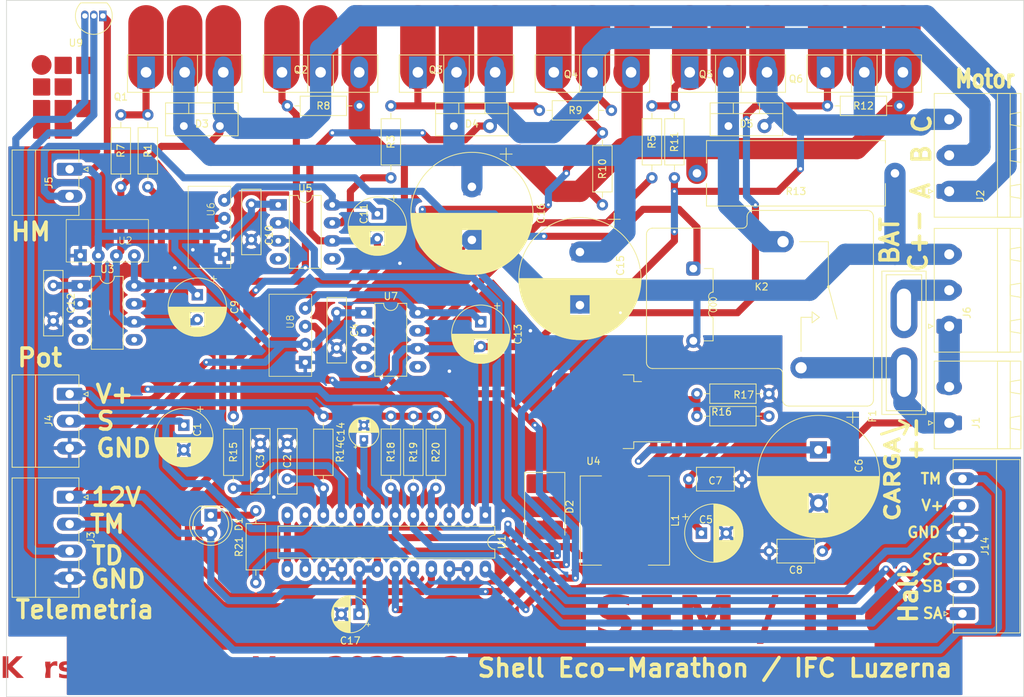
<source format=kicad_pcb>
(kicad_pcb (version 20221018) (generator pcbnew)
  (layers (0 "F.Cu" signal) (31 "B.Cu" signal) (34 "B.Paste" user) (35 "F.Paste" user) (36 "B.SilkS" user "B.Silkscreen") (37 "F.SilkS" user "F.Silkscreen") (38 "B.Mask" user) (39 "F.Mask" user) (44 "Edge.Cuts" user))
  (net 0 "")
  (net 1 "Net-(J4-Pin_2)")
  (net 2 "+12V")
  (net 3 "Net-(U1-Oscilator)")
  (net 4 "Net-(U1-Curr_sen+)")
  (net 5 "Net-(D1-K)")
  (net 6 "/FaseA")
  (net 7 "/FaseB")
  (net 8 "/FaseC")
  (net 9 "/AH")
  (net 10 "/AL")
  (net 11 "/BH")
  (net 12 "/BL")
  (net 13 "/CH")
  (net 14 "/CL")
  (net 15 "GND")
  (net 16 "Net-(Q1-G)")
  (net 17 "+6V")
  (net 18 "/SC")
  (net 19 "/SB")
  (net 20 "/SA")
  (net 21 "/DCH")
  (net 22 "/DAH")
  (net 23 "/DBH")
  (net 24 "Net-(Q2-S)")
  (net 25 "Net-(Q3-G)")
  (net 26 "Net-(Q5-G)")
  (net 27 "Net-(U1-Amp-)")
  (net 28 "Net-(U2-+Vo)")
  (net 29 "Net-(U5-VB)")
  (net 30 "Net-(U7-VB)")
  (net 31 "Net-(U1-OE)")
  (net 32 "Net-(U1-Fault)")
  (net 33 "/V55+")
  (net 34 "Net-(D2-K)")
  (net 35 "Net-(U4-FB)")
  (net 42 "Net-(D3-K)")
  (net 43 "Net-(J5-Pin_2)")
  (net 44 "/TempMot")
  (net 45 "Net-(J1-Pin_2)")
  (net 46 "Net-(J6-Pin_2)")
  (net 47 "/TempDiss")
  (footprint "Connector_Phoenix_MC:PhoenixContact_MC_1,5_3-G-3.81_1x03_P3.81mm_Horizontal" (layer "F.Cu") (at 75.3225 87.05 -90)
    (fp_text reference "J4")
    (fp_text value "Potenciômetro")
  )
  (footprint "Capacitor_THT:C_Disc_D9.0mm_W2.5mm_P5.00mm" (layer "F.Cu") (at 100.965 60.245 -90)
    (fp_text reference "C10")
    (fp_text value "C")
  )
  (footprint "Relay_THT:Relay_SPST_RAYEX-L90AS" (layer "F.Cu") (at 160.78 74.43)
    (fp_text reference "K2")
    (fp_text value "RAYEX-L90AS")
  )
  (footprint "Capacitor_THT:CP_Radial_D4.0mm_P2.00mm" (layer "F.Cu") (at 116.84 93.455 90)
    (fp_text reference "C14")
    (fp_text value "2,2u")
  )
  (footprint "MountingHole:MountingHole_3.5mm" (layer "F.Cu") (at 70.231 126)
    (fp_text reference "H3" hide)
    (fp_text value "MountingHole" hide)
  )
  (footprint "Capacitor_THT:CP_Radial_D5.0mm_P2.50mm" (layer "F.Cu") (at 116.16 118.125 180)
    (fp_text reference "C17")
    (fp_text value "100u 16V")
  )
  (footprint "Resistor_THT:R_Axial_DIN0207_L6.3mm_D2.5mm_P10.16mm_Horizontal" (layer "F.Cu") (at 86.36 57.785 90)
    (fp_text reference "R1")
    (fp_text value "10")
  )
  (footprint "Package_TO_SOT_THT:TO-92_Inline" (layer "F.Cu") (at 80.01 33.655 180)
    (fp_text reference "U9")
    (fp_text value "LM35-LP")
  )
  (footprint "Capacitor_THT:CP_Radial_D17.0mm_P7.50mm" (layer "F.Cu") (at 132.08 57.785 -90)
    (fp_text reference "C16")
    (fp_text value "470u 100V")
  )
  (footprint "Resistor_THT:R_Axial_DIN0207_L6.3mm_D2.5mm_P10.16mm_Horizontal" (layer "F.Cu") (at 82.55 57.785 90)
    (fp_text reference "R7")
    (fp_text value "100K")
  )
  (footprint "B1212s-1W:B1212s-1W" (layer "F.Cu") (at 106.47 78.75 90)
    (fp_text reference "U8")
    (fp_text value "B1212s-1W")
  )
  (footprint "Connector_Phoenix_MC:PhoenixContact_MC_1,5_6-G-3.81_1x06_P3.81mm_Horizontal" (layer "F.Cu") (at 201.295 118.055 90)
    (fp_text reference "J14")
    (fp_text value "Sensores")
  )
  (footprint "Capacitor_THT:C_Disc_D9.0mm_W2.5mm_P5.00mm" (layer "F.Cu") (at 102.23 99.035 90)
    (fp_text reference "C3")
    (fp_text value "C")
  )
  (footprint "Capacitor_THT:C_Axial_L5.1mm_D3.1mm_P7.50mm_Horizontal" (layer "F.Cu") (at 162.68 99.06)
    (fp_text reference "C7")
    (fp_text value "100n")
  )
  (footprint "Resistor_THT:R_Axial_DIN0207_L6.3mm_D2.5mm_P10.16mm_Horizontal" (layer "F.Cu") (at 111.12 90.185 -90)
    (fp_text reference "R14")
    (fp_text value "1K")
  )
  (footprint "Package_TO_SOT_THT:TO-247-3_Vertical" (layer "F.Cu") (at 162.814 41.617889)
    (fp_text reference "Q5")
    (fp_text value "FDH50N50")
  )
  (footprint "Resistor_THT:R_Axial_Power_L25.0mm_W9.0mm_P27.94mm" (layer "F.Cu") (at 191.77 55.88 180)
    (fp_text reference "R13")
    (fp_text value "0,01")
  )
  (footprint "Connector_Phoenix_MSTB:PhoenixContact_MSTBA_2,5_3-G-5,08_1x03_P5.08mm_Horizontal" (layer "F.Cu") (at 199.4225 58.42 90)
    (fp_text reference "J2")
    (fp_text value "Motor")
  )
  (footprint "Package_DIP:DIP-8_W7.62mm_LongPads" (layer "F.Cu") (at 76.82 71.765)
    (fp_text reference "U3")
    (fp_text value "IR2118")
  )
  (footprint "Capacitor_THT:C_Disc_D9.0mm_W2.5mm_P5.00mm" (layer "F.Cu") (at 73.025 71.715 -90)
    (fp_text reference "C12")
    (fp_text value "C")
  )
  (footprint "Capacitor_THT:CP_Radial_D8.0mm_P3.50mm" (layer "F.Cu") (at 91.44 91.44 -90)
    (fp_text reference "C1")
    (fp_text value "C_Polarized")
  )
  (footprint "Package_DIP:DIP-8_W7.62mm_LongPads" (layer "F.Cu") (at 104.76 60.335)
    (fp_text reference "U5")
    (fp_text value "IR2118")
  )
  (footprint "Package_TO_SOT_SMD:TO-263-5_TabPin3" (layer "F.Cu") (at 150.09 89.535 180)
    (fp_text reference "U4")
    (fp_text value "LM2596S-ADJ")
  )
  (footprint "Inductor_SMD:L_12x12mm_H6mm" (layer "F.Cu") (at 153.67 104.905 -90)
    (fp_text reference "L1")
    (fp_text value "100u")
  )
  (footprint "Package_TO_SOT_THT:TO-247-3_Vertical" (layer "F.Cu") (at 181.991 41.617889)
    (fp_text reference "Q6")
    (fp_text value "FDH50N50")
  )
  (footprint "Package_TO_SOT_THT:TO-220-2_Vertical" (layer "F.Cu") (at 91.44 49.205)
    (fp_text reference "D3")
    (fp_text value "Verificar")
  )
  (footprint "Resistor_THT:R_Axial_DIN0207_L6.3mm_D2.5mm_P10.16mm_Horizontal" (layer "F.Cu") (at 127 90.185 -90)
    (fp_text reference "R20")
    (fp_text value "1K")
  )
  (footprint "Resistor_THT:R_Axial_DIN0207_L6.3mm_D2.5mm_P10.16mm_Horizontal" (layer "F.Cu") (at 98.42 90.185 -90)
    (fp_text reference "R15")
    (fp_text value "R")
  )
  (footprint "MountingHole:MountingHole_3.5mm" (layer "F.Cu") (at 70.231 35.267889)
    (fp_text reference "H1" hide)
    (fp_text value "MountingHole" hide)
  )
  (footprint "Connector_Phoenix_MSTB:PhoenixContact_MSTBA_2,5_3-G-5,08_1x03_P5.08mm_Horizontal" (layer "F.Cu") (at 199.4225 77.47 90)
    (fp_text reference "J6")
    (fp_text value "Bat")
  )
  (footprint "B1212s-1W:B1212s-1W" (layer "F.Cu") (at 80.645 65.405)
    (fp_text reference "U2")
    (fp_text value "B1212s-1W")
  )
  (footprint "B1212s-1W:B1212s-1W" (layer "F.Cu") (at 95.055 63.5 90)
    (fp_text reference "U6")
    (fp_text value "B1212s-1W")
  )
  (footprint "Package_DIP:DIP-8_W7.62mm_LongPads" (layer "F.Cu") (at 116.825 75.575)
    (fp_text reference "U7")
    (fp_text value "IR2118")
  )
  (footprint "Package_TO_SOT_THT:TO-247-3_Vertical" (layer "F.Cu") (at 86.106 41.617889)
    (fp_text reference "Q1")
    (fp_text value "FDH50N50")
  )
  (footprint "Resistor_THT:R_Axial_DIN0207_L6.3mm_D2.5mm_P10.16mm_Horizontal" (layer "F.Cu") (at 123.82 90.185 -90)
    (fp_text reference "R19")
    (fp_text value "1K")
  )
  (footprint "Fuse:Fuse_Blade_ATO_directSolder" (layer "F.Cu") (at 193.04 75.155 -90)
    (fp_text reference "F1")
    (fp_text value "Fuse 10A")
  )
  (footprint "Resistor_THT:R_Axial_DIN0207_L6.3mm_D2.5mm_P10.16mm_Horizontal" (layer "F.Cu") (at 120.65 56.515 90)
    (fp_text reference "R3")
    (fp_text value "10")
  )
  (footprint "Package_TO_SOT_THT:TO-220-2_Vertical" (layer "F.Cu") (at 129.54 49.205)
    (fp_text reference "D4")
    (fp_text value "Verificar")
  )
  (footprint "Resistor_THT:R_Axial_DIN0207_L6.3mm_D2.5mm_P10.16mm_Horizontal" (layer "F.Cu") (at 150.495 60.325 90)
    (fp_text reference "R10")
    (fp_text value "100K")
  )
  (footprint "Resistor_THT:R_Axial_DIN0207_L6.3mm_D2.5mm_P10.16mm_Horizontal" (layer "F.Cu") (at 116.205 46.355 180)
    (fp_text reference "R8")
    (fp_text value "100K")
  )
  (footprint "Capacitor_THT:CP_Radial_D17.0mm_P7.50mm" (layer "F.Cu") (at 180.975 94.929733 -90)
    (fp_text reference "C6")
    (fp_text value "470u 100V")
  )
  (footprint "Resistor_THT:R_Axial_DIN0207_L6.3mm_D2.5mm_P10.16mm_Horizontal" (layer "F.Cu") (at 151.765 46.99 180)
    (fp_text reference "R9")
    (fp_text value "100K")
  )
  (footprint "MountingHole:MountingHole_3.5mm" (layer "F.Cu") (at 206.121 126)
    (fp_text reference "H2" hide)
    (fp_text value "MountingHole" hide)
  )
  (footprint "Capacitor_THT:CP_Radial_D8.0mm_P3.50mm" (layer "F.Cu") (at 118.745 61.595 -90)
    (fp_text reference "C11")
    (fp_text value "470u 16V")
  )
  (footprint "Capacitor_THT:CP_Radial_D8.0mm_P3.50mm" (layer "F.Cu") (at 164.465 106.68)
    (fp_text reference "C5")
    (fp_text value "470u 16V")
  )
  (footprint "Capacitor_THT:CP_Radial_D17.0mm_P7.50mm" (layer "F.Cu") (at 147.32 66.989733 -90)
    (fp_text reference "C15")
    (fp_text value "470u 100V")
  )
  (footprint "Package_TO_SOT_THT:TO-247-3_Vertical" (layer "F.Cu") (at 105.283 41.617889)
    (fp_text reference "Q2")
    (fp_text value "FDH50N50")
  )
  (footprint "Package_TO_SOT_THT:TO-220-2_Vertical" (layer "F.Cu") (at 168.275 49.205)
    (fp_text reference "D5")
    (fp_text value "Verificar")
  )
  (footprint "Connector_Phoenix_MC:PhoenixContact_MC_1,5_2-G-3.81_1x02_P3.81mm_Horizontal" (layer "F.Cu") (at 75.3225 55.3 -90)
    (fp_text reference "J5")
    (fp_text value "DM")
  )
  (footprint "Capacitor_THT:C_Axial_L5.1mm_D3.1mm_P7.50mm_Horizontal" (layer "F.Cu") (at 181.535 109.22 180)
    (fp_text reference "C8")
    (fp_text value "100n")
  )
  (footprint "Connector_Phoenix_MSTB:PhoenixContact_MSTBA_2,5_2-G-5,08_1x02_P5.08mm_Horizontal" (layer "F.Cu") (at 199.4225 91.1225 90)
    (fp_text reference "J1")
    (fp_text value "Carga")
  )
  (footprint "Resistor_THT:R_Axial_DIN0207_L6.3mm_D2.5mm_P10.16mm_Horizontal" (layer "F.Cu") (at 120.65 90.17 -90)
    (fp_text reference "R18")
    (fp_text value "1K")
  )
  (footprint "Package_TO_SOT_THT:TO-247-3_Vertical" (layer "F.Cu") (at 124.46 41.617889)
    (fp_text reference "Q3")
    (fp_text value "FDH50N50")
  )
  (footprint "Resistor_THT:R_Axial_DIN0207_L6.3mm_D2.5mm_P10.16mm_Horizontal" (layer "F.Cu") (at 163.83 90.17)
    (fp_text reference "R16")
    (fp_text value "9,1K")
  )
  (footprint "Resistor_THT:R_Axial_DIN0207_L6.3mm_D2.5mm_P10.16mm_Horizontal" (layer "F.Cu") (at 173.99 86.995 180)
    (fp_text reference "R17")
    (fp_text value "1K")
  )
  (footprint "Resistor_THT:R_Axial_DIN0207_L6.3mm_D2.5mm_P10.16mm_Horizontal" (layer "F.Cu") (at 101.595 113.68 90)
    (fp_text reference "R21")
    (fp_text value "1K")
  )
  (footprint "Resistor_THT:R_Axial_DIN0207_L6.3mm_D2.5mm_P10.16mm_Horizontal" (layer "F.Cu") (at 192.405 46.355 180)
    (fp_text reference "R12")
    (fp_text value "100K")
  )
  (footprint "Resistor_THT:R_Axial_DIN0207_L6.3mm_D2.5mm_P10.16mm_Horizontal" (layer "F.Cu") (at 160.655 56.515 90)
    (fp_text reference "R11")
    (fp_text value "100K")
  )
  (footprint "Connector_Phoenix_MC:PhoenixContact_MC_1,5_4-G-3.81_1x04_P3.81mm_Horizontal" (layer "F.Cu") (at 75.3225 101.6 -90)
    (fp_text reference "J3")
    (fp_text value "Telemetria")
  )
  (footprint "Resistor_THT:R_Axial_DIN0207_L6.3mm_D2.5mm_P10.16mm_Horizontal" (layer "F.Cu") (at 157.48 56.515 90)
    (fp_text reference "R5")
    (fp_text value "10")
  )
  (footprint "Capacitor_THT:CP_Radial_D8.0mm_P3.50mm" (layer "F.Cu") (at 133.335 76.845 -90)
    (fp_text reference "C13")
    (fp_text value "470u 16V")
  )
  (footprint "MountingHole:MountingHole_3.5mm" (layer "F.Cu") (at 206.121 35.267889)
    (fp_text reference "H4" hide)
    (fp_text value "MountingHole" hide)
  )
  (footprint "Package_DIP:DIP-24_W7.62mm_LongPads" (layer "F.Cu") (at 133.985 104.14 -90)
    (fp_text reference "U1")
    (fp_text value "MC33035")
  )
  (footprint "Capacitor_THT:C_Disc_D9.0mm_W2.5mm_P5.00mm" (layer "F.Cu") (at 106.04 99.035 90)
    (fp_text reference "C2")
    (fp_text value "100n")
  )
  (footprint "Package_TO_SOT_THT:TO-247-3_Vertical" (layer "F.Cu") (at 143.637 41.617889)
    (fp_text reference "Q4")
    (fp_text value "FDH50N50")
  )
  (footprint "Capacitor_THT:CP_Radial_D8.0mm_P3.50mm" (layer "F.Cu") (at 93.345 73.025 -90)
    (fp_text reference "C9")
    (fp_text value "470u 16V")
  )
  (footprint "Capacitor_THT:C_Disc_D9.0mm_W2.5mm_P5.00mm" (layer "F.Cu") (at 113.015 75.535 -90)
    (fp_text reference "C4")
    (fp_text value "C")
  )
  (footprint "Diode_SMD:D_3220_8050Metric_Pad2.65x5.15mm_HandSolder" (layer "F.Cu") (at 142.355 102.97 -90)
    (fp_text reference "D2")
    (fp_text value "SS56")
  )
  (footprint "LED_THT:LED_D5.0mm" (layer "F.Cu") (at 95.245 104.15 -90)
    (fp_text reference "D1")
    (fp_text value "LED")
  )
  (gr_rect (start 70.866 43.18) (end 71.882 44.196) (stroke (width 1.2)) (fill none) (layer "F.Cu"))
  (gr_rect (start 70.866 46.228) (end 71.882 47.244) (stroke (width 1.2)) (fill none) (layer "F.Cu"))
  (gr_rect (start 70.358 42.672) (end 72.39 44.704) (stroke (width 0.4)) (fill none) (layer "F.Cu"))
  (gr_rect (start 70.358 45.72) (end 72.39 47.752) (stroke (width 0.4)) (fill none) (layer "F.Cu"))
  (gr_rect (start 73.914 49.276) (end 74.93 50.292) (stroke (width 1.2)) (fill none) (layer "F.Cu"))
  (gr_rect (start 73.914 46.228) (end 74.93 47.244) (stroke (width 1.2)) (fill none) (layer "F.Cu"))
  (gr_rect (start 73.406 45.72) (end 75.438 47.752) (stroke (width 0.4)) (fill none) (layer "F.Cu"))
  (gr_rect (start 70.358 48.768) (end 72.39 50.8) (stroke (width 0.4)) (fill none) (layer "F.Cu"))
  (gr_rect (start 76.962 40.132) (end 77.978 41.148) (stroke (width 1.2)) (fill none) (layer "F.Cu"))
  (gr_rect (start 73.406 42.672) (end 75.438 44.704) (stroke (width 0.4)) (fill none) (layer "F.Cu"))
  (gr_rect (start 76.962 46.228) (end 77.978 47.244) (stroke (width 1.2)) (fill none) (layer "F.Cu"))
  (gr_rect (start 73.914 43.18) (end 74.93 44.196) (stroke (width 1.2)) (fill none) (layer "F.Cu"))
  (gr_circle (center 71.374 40.578) (end 72.074 40.578) (stroke (width 1.4)) (fill none) (layer "F.Cu"))
  (gr_rect (start 73.914 40.132) (end 74.93 41.148) (stroke (width 1.2)) (fill none) (layer "F.Cu"))
  (gr_rect (start 70.866 49.276) (end 71.882 50.292) (stroke (width 1.2)) (fill none) (layer "F.Cu"))
  (gr_rect (start 73.406 48.768) (end 75.438 50.8) (stroke (width 0.4)) (fill none) (layer "F.Cu"))
  (gr_rect (start 76.454 39.624) (end 78.486 41.656) (stroke (width 0.4)) (fill none) (layer "F.Cu"))
  (gr_rect (start 76.454 45.72) (end 78.486 47.752) (stroke (width 0.4)) (fill none) (layer "F.Cu"))
  (gr_rect (start 73.406 39.624) (end 75.438 41.656) (stroke (width 0.4)) (fill none) (layer "F.Cu"))
  (gr_line (start 189.865 92.71) (end 193.675 91.44) (stroke (width 0.4)) (layer "F.SilkS"))
  (gr_line (start 193.675 91.44) (end 192.405 90.805) (stroke (width 0.4)) (layer "F.SilkS"))
  (gr_line (start 193.675 91.44) (end 193.04 92.71) (stroke (width 0.4)) (layer "F.SilkS"))
  (gr_line (start 66.421 129.8) (end 66.421 31.457889) (stroke (width 0.1)) (layer "Edge.Cuts"))
  (gr_line (start 209.931 129.8) (end 66.421 129.8) (stroke (width 0.1)) (layer "Edge.Cuts"))
  (gr_line (start 209.931 129.8) (end 209.931 31.457889) (stroke (width 0.1)) (layer "Edge.Cuts"))
  (gr_line (start 209.931 31.457889) (end 66.421 31.457889) (stroke (width 0.1)) (layer "Edge.Cuts"))
  (gr_text "SEM / IFC" (at 149.225 122.555) (layer "F.Cu") (effects (font (size 6 6) (thickness 1.2) bold) (justify left bottom)))
  (gr_text "Kerschbaumer Ver. 2023 - 2" (at 130.81 127.635) (layer "F.Cu") (effects (font (size 3 3) (thickness 0.5) bold) (justify right bottom)))
  (gr_text "TM" (at 80.645 105.41) (layer "F.SilkS") (effects (font (size 2.5 2.5) (thickness 0.5))))
  (gr_text "Motor" (at 204.47 42.545) (layer "F.SilkS") (effects (font (size 2.5 2) (thickness 0.5))))
  (gr_text "V+" (at 81.6725 87.05) (layer "F.SilkS") (effects (font (size 2.5 2.5) (thickness 0.5))))
  (gr_text "TM" (at 196.85 99.005) (layer "F.SilkS") (effects (font (size 1.5 1.5) (thickness 0.3) bold)))
  (gr_text "GND" (at 82.178365 113.156768) (layer "F.SilkS") (effects (font (size 2.5 2.5) (thickness 0.5))))
  (gr_text "12V" (at 81.915 101.6) (layer "F.SilkS") (effects (font (size 2.5 2.5) (thickness 0.5))))
  (gr_text "V+" (at 197.0925 102.76) (layer "F.SilkS") (effects (font (size 1.5 1.5) (thickness 0.3) bold)))
  (gr_text "Hall" (at 193.675 115.57 90) (layer "F.SilkS") (effects (font (size 2.5 2.5) (thickness 0.5))))
  (gr_text "C" (at 195.58 48.895 90) (layer "F.SilkS") (effects (font (size 2.5 2.5) (thickness 0.5))))
  (gr_text "BAT\nC+-" (at 193.04 65.405 90) (layer "F.SilkS") (effects (font (size 2.5 2.5) (thickness 0.5))))
  (gr_text "TD" (at 80.645 109.855) (layer "F.SilkS") (effects (font (size 2.5 2.5) (thickness 0.5))))
  (gr_text "GND" (at 82.9425 94.67) (layer "F.SilkS") (effects (font (size 2.5 2.5) (thickness 0.5))))
  (gr_text "Telemetria" (at 77.47 117.475) (layer "F.SilkS") (effects (font (size 2.5 2.5) (thickness 0.5))))
  (gr_text "S" (at 80.4025 90.86) (layer "F.SilkS") (effects (font (size 2.5 2.5) (thickness 0.5))))
  (gr_text "GND" (at 195.8225 106.57) (layer "F.SilkS") (effects (font (size 1.5 1.5) (thickness 0.3) bold)))
  (gr_text "CARGA\n      +-" (at 193.04 99.06 90) (layer "F.SilkS") (effects (font (size 2 2.5) (thickness 0.5))))
  (gr_text "A" (at 195.383964 58.364656 90) (layer "F.SilkS") (effects (font (size 2.5 2.5) (thickness 0.5))))
  (gr_text "SA" (at 197.0925 118) (layer "F.SilkS") (effects (font (size 1.5 1.5) (thickness 0.3) bold)))
  (gr_text "Pot" (at 71.12 81.915) (layer "F.SilkS") (effects (font (size 2.5 2.5) (thickness 0.5))))
  (gr_text "SB" (at 197.0925 114.19) (layer "F.SilkS") (effects (font (size 1.5 1.5) (thickness 0.3) bold)))
  (gr_text "HM" (at 69.85 64.135) (layer "F.SilkS") (effects (font (size 2.5 2.5) (thickness 0.5))))
  (gr_text "B" (at 195.52968 53.191727 90) (layer "F.SilkS") (effects (font (size 2.5 2.5) (thickness 0.5))))
  (gr_text "SC" (at 197.0925 110.38) (layer "F.SilkS") (effects (font (size 1.5 1.5) (thickness 0.3) bold)))
  (gr_text "Shell Eco-Marathon / IFC Luzerna" (at 166.37 125.73) (layer "F.SilkS") (effects (font (size 2.5 2.5) (thickness 0.5))))
  (segment (start 108.585 104.14) (end 108.585 105.41) (width 1) (layer "B.Cu") (net 1))
  (segment (start 94.615 99.695) (end 91.44 99.695) (width 1) (layer "B.Cu") (net 1))
  (segment (start 91.44 99.695) (end 88.9 97.155) (width 1) (layer "B.Cu") (net 1))
  (segment (start 88.9 97.155) (end 88.9 90.86) (width 1) (layer "B.Cu") (net 1))
  (segment (start 107.95 106.045) (end 100.965 106.045) (width 1) (layer "B.Cu") (net 1))
  (segment (start 88.9 90.86) (end 90.86 90.86) (width 1) (layer "B.Cu") (net 1))
  (segment (start 75.3225 90.86) (end 88.9 90.86) (width 1) (layer "B.Cu") (net 1))
  (segment (start 90.86 90.86) (end 91.44 91.44) (width 1) (layer "B.Cu") (net 1))
  (segment (start 108.585 105.41) (end 107.95 106.045) (width 1) (layer "B.Cu") (net 1))
  (segment (start 100.965 106.045) (end 94.615 99.695) (width 1) (layer "B.Cu") (net 1))
  (segment (start 139.065 108.585) (end 138.43 109.22) (width 1) (layer "F.Cu") (net 2))
  (segment (start 75.565 101.6) (end 75.3225 101.6) (width 1) (layer "F.Cu") (net 2))
  (segment (start 164.465 106.44) (end 164.465 106.68) (width 1) (layer "F.Cu") (net 2))
  (segment (start 157.48 109.855) (end 160.385 106.95) (width 1) (layer "F.Cu") (net 2))
  (segment (start 153.67 109.855) (end 157.48 109.855) (width 1) (layer "F.Cu") (net 2))
  (segment (start 162.68 104.655) (end 164.465 106.44) (width 1) (layer "F.Cu") (net 2))
  (segment (start 118.745 109.855) (end 118.745 111.76) (width 1) (layer "F.Cu") (net 2))
  (segment (start 119.38 109.22) (end 118.745 109.855) (width 1) (layer "F.Cu") (net 2))
  (segment (start 80.645 34.29) (end 80.01 33.655) (width 1) (layer "F.Cu") (net 2))
  (segment (start 75.3225 55.3) (end 78.685 55.3) (width 1) (layer "F.Cu") (net 2))
  (segment (start 147.32 109.855) (end 146.05 108.585) (width 1) (layer "F.Cu") (net 2))
  (segment (start 162.68 104.655) (end 162.68 98.94) (width 1) (layer "F.Cu") (net 2))
  (segment (start 162.68 98.94) (end 172.085 89.535) (width 1) (layer "F.Cu") (net 2))
  (segment (start 78.685 55.3) (end 80.645 53.34) (width 1) (layer "F.Cu") (net 2))
  (segment (start 172.085 90.17) (end 173.99 90.17) (width 1) (layer "F.Cu") (net 2))
  (segment (start 153.67 109.855) (end 147.32 109.855) (width 1) (layer "F.Cu") (net 2))
  (segment (start 146.05 108.585) (end 139.065 108.585) (width 1) (layer "F.Cu") (net 2))
  (segment (start 94.615 82.55) (end 75.565 101.6) (width 1) (layer "F.Cu") (net 2))
  (segment (start 160.385 106.95) (end 162.68 104.655) (width 1) (layer "F.Cu") (net 2))
  (segment (start 138.43 109.22) (end 119.38 109.22) (width 1) (layer "F.Cu") (net 2))
  (segment (start 80.645 53.34) (end 80.645 34.29) (width 1) (layer "F.Cu") (net 2))
  (via (at 94.615 82.55) (size 0.8) (drill 0.4) (layers "F.Cu" "B.Cu") (net 2))
  (segment (start 75.3225 101.6) (end 85.725 101.6) (width 1) (layer "B.Cu") (net 2))
  (segment (start 97.79 64.77) (end 100.965 61.595) (width 1) (layer "B.Cu") (net 2))
  (segment (start 108.57 80.02) (end 109.845 80.02) (width 1) (layer "B.Cu") (net 2))
  (segment (start 116.16 114.935) (end 116.16 111.805) (width 1) (layer "B.Cu") (net 2))
  (segment (start 76.77 71.715) (end 76.82 71.765) (width 1) (layer "B.Cu") (net 2))
  (segment (start 105.42 80.02) (end 103.515 80.02) (width 1) (layer "B.Cu") (net 2))
  (segment (start 104.14 116.205) (end 97.79 116.205) (width 1) (layer "B.Cu") (net 2))
  (segment (start 113.015 76.85) (end 113.015 75.535) (width 1) (layer "B.Cu") (net 2))
  (segment (start 90.815 106.69) (end 95.245 106.69) (width 1) (layer "B.Cu") (net 2))
  (segment (start 105.41 114.935) (end 104.14 116.205) (width 1) (layer "B.Cu") (net 2))
  (segment (start 95.245 113.66) (end 95.245 106.69) (width 1) (layer "B.Cu") (net 2))
  (segment (start 109.845 80.02) (end 113.015 76.85) (width 1) (layer "B.Cu") (net 2))
  (segment (start 104.67 60.245) (end 104.76 60.335) (width 1) (layer "B.Cu") (net 2))
  (segment (start 116.16 118.125) (end 116.16 114.935) (width 1) (layer "B.Cu") (net 2))
  (segment (start 79.375 56.515) (end 79.375 66.04) (width 1) (layer "B.Cu") (net 2))
  (segment (start 100.965 61.595) (end 100.965 60.245) (width 1) (layer "B.Cu") (net 2))
  (segment (start 78.095 71.765) (end 79.375 70.485) (width 1) (layer "B.Cu") (net 2))
  (segment (start 85.725 101.6) (end 90.815 106.69) (width 1) (layer "B.Cu") (net 2))
  (segment (start 97.79 116.205) (end 95.245 113.66) (width 1) (layer "B.Cu") (net 2))
  (segment (start 108.57 80.02) (end 105.42 80.02) (width 1) (layer "B.Cu") (net 2))
  (segment (start 79.375 64.77) (end 93.98 64.77) (width 1) (layer "B.Cu") (net 2))
  (segment (start 79.375 66.04) (end 79.375 64.77) (width 1) (layer "B.Cu") (net 2))
  (segment (start 116.205 111.76) (end 118.745 111.76) (width 1) (layer "B.Cu") (net 2))
  (segment (start 113.055 75.575) (end 113.015 75.535) (width 1) (layer "B.Cu") (net 2))
  (segment (start 94.615 82.55) (end 102.89 82.55) (width 1) (layer "B.Cu") (net 2))
  (segment (start 75.3225 55.3) (end 78.16 55.3) (width 1) (layer "B.Cu") (net 2))
  (segment (start 97.155 64.77) (end 97.79 64.77) (width 1) (layer "B.Cu") (net 2))
  (segment (start 73.025 71.715) (end 76.77 71.715) (width 1) (layer "B.Cu") (net 2))
  (segment (start 78.16 55.3) (end 79.375 56.515) (width 1) (layer "B.Cu") (net 2))
  (segment (start 116.16 111.805) (end 116.205 111.76) (width 1) (layer "B.Cu") (net 2))
  (segment (start 79.375 70.485) (end 79.375 67.505) (width 1) (layer "B.Cu") (net 2))
  (segment (start 103.515 80.02) (end 90.17 66.675) (width 1) (layer "B.Cu") (net 2))
  (segment (start 93.98 64.77) (end 97.155 64.77) (width 1) (layer "B.Cu") (net 2))
  (segment (start 76.82 71.765) (end 78.095 71.765) (width 1) (layer "B.Cu") (net 2))
  (segment (start 102.89 82.55) (end 105.42 80.02) (width 1) (layer "B.Cu") (net 2))
  (segment (start 100.965 60.245) (end 104.67 60.245) (width 1) (layer "B.Cu") (net 2))
  (segment (start 79.375 67.505) (end 79.375 66.04) (width 1) (layer "B.Cu") (net 2))
  (segment (start 90.17 66.675) (end 90.17 64.77) (width 1) (layer "B.Cu") (net 2))
  (segment (start 116.825 75.575) (end 113.055 75.575) (width 1) (layer "B.Cu") (net 2))
  (segment (start 116.16 114.935) (end 105.41 114.935) (width 1) (layer "B.Cu") (net 2))
  (segment (start 111.125 104.14) (end 111.125 100.35) (width 1) (layer "B.Cu") (net 3))
  (segment (start 106.04 99.035) (end 109.81 99.035) (width 1) (layer "B.Cu") (net 3))
  (segment (start 109.81 99.035) (end 111.12 100.345) (width 1) (layer "B.Cu") (net 3))
  (segment (start 111.125 100.35) (end 111.12 100.345) (width 1) (layer "B.Cu") (net 3))
  (segment (start 111.76 97.155) (end 113.665 99.06) (width 1) (layer "B.Cu") (net 4))
  (segment (start 100.92 100.345) (end 102.23 99.035) (width 1) (layer "B.Cu") (net 4))
  (segment (start 102.23 99.035) (end 104.11 97.155) (width 1) (layer "B.Cu") (net 4))
  (segment (start 104.11 97.155) (end 111.76 97.155) (width 1) (layer "B.Cu") (net 4))
  (segment (start 98.42 100.345) (end 100.92 100.345) (width 1) (layer "B.Cu") (net 4))
  (segment (start 113.665 99.06) (end 113.665 104.14) (width 1) (layer "B.Cu") (net 4))
  (segment (start 95.245 104.15) (end 100.965 104.15) (width 1) (layer "F.Cu") (net 5))
  (segment (start 100.965 104.15) (end 101.595 103.52) (width 1) (layer "F.Cu") (net 5))
  (segment (start 97.006 41.617889) (end 97.006 34.632889) (width 5) (layer "F.Cu") (net 6))
  (segment (start 82.55 66.87) (end 81.915 67.505) (width 1) (layer "F.Cu") (net 6))
  (segment (start 110.733 41.617889) (end 110.733 34.632889) (width 5) (layer "F.Cu") (net 6))
  (segment (start 96.52 50.165) (end 96.52 49.205) (width 1) (layer "F.Cu") (net 6))
  (segment (start 82.55 57.785) (end 88.265 52.07) (width 1) (layer "F.Cu") (net 6))
  (segment (start 82.55 57.785) (end 82.55 66.87) (width 1) (layer "F.Cu") (net 6))
  (segment (start 88.265 52.07) (end 94.615 52.07) (width 1) (layer "F.Cu") (net 6))
  (segment (start 94.615 52.07) (end 96.52 50.165) (width 1) (layer "F.Cu") (net 6))
  (segment (start 96.52 47.962) (end 97.006 47.476) (width 1) (layer "B.Cu") (net 6))
  (segment (start 115.595 33.63) (end 110.882 38.343) (width 3) (layer "B.Cu") (net 6))
  (segment (start 97.006 47.476) (end 99.06 49.53) (width 3) (layer "B.Cu") (net 6))
  (segment (start 93.025 76.845) (end 93.345 76.525) (width 1) (layer "B.Cu") (net 6))
  (segment (start 97.006 41.617889) (end 97.006 47.476) (width 3) (layer "B.Cu") (net 6))
  (segment (start 84.44 76.845) (end 83.195 76.845) (width 1) (layer "B.Cu") (net 6))
  (segment (start 84.44 76.845) (end 93.025 76.845) (width 1) (layer "B.Cu") (net 6))
  (segment (start 196.19 33.63) (end 115.595 33.63) (width 3) (layer "B.Cu") (net 6))
  (segment (start 108.585 49.53) (end 110.733 47.382) (width 3) (layer "B.Cu") (net 6))
  (segment (start 81.915 75.565) (end 81.915 67.505) (width 1) (layer "B.Cu") (net 6))
  (segment (start 99.06 49.53) (end 108.585 49.53) (width 3) (layer "B.Cu") (net 6))
  (segment (start 110.733 38.343) (end 110.733 41.617889) (width 3) (layer "B.Cu") (net 6))
  (segment (start 207.441989 54.813011) (end 207.441989 44.881989) (width 3) (layer "B.Cu") (net 6))
  (segment (start 203.835 58.42) (end 207.441989 54.813011) (width 3) (layer "B.Cu") (net 6))
  (segment (start 199.4225 58.42) (end 203.835 58.42) (width 3) (layer "B.Cu") (net 6))
  (segment (start 207.441989 44.881989) (end 196.19 33.63) (width 3) (layer "B.Cu") (net 6))
  (segment (start 110.882 38.343) (end 110.733 38.343) (width 3) (layer "B.Cu") (net 6))
  (segment (start 110.733 47.382) (end 110.733 41.617889) (width 3) (layer "B.Cu") (net 6))
  (segment (start 96.52 49.205) (end 96.52 47.962) (width 1) (layer "B.Cu") (net 6))
  (segment (start 83.195 76.845) (end 81.915 75.565) (width 1) (layer "B.Cu") (net 6))
  (segment (start 109.22 64.135) (end 109.22 53.34) (width 1) (layer "F.Cu") (net 7))
  (segment (start 133.04 49.205) (end 134.62 49.205) (width 1) (layer "F.Cu") (net 7))
  (segment (start 151.765 46.99) (end 149.087 44.312) (width 1) (layer "F.Cu") (net 7))
  (segment (start 118.745 66.675) (end 118.745 65.095) (width 1) (layer "F.Cu") (net 7))
  (segment (start 110.5 65.415) (end 109.22 64.135) (width 1) (layer "F.Cu") (net 7))
  (segment (start 126.07 51.14) (end 131.105 51.14) (width 1) (layer "F.Cu") (net 7))
  (segment (start 94.615 63.5) (end 94.615 68.58) (width 1) (layer "F.Cu") (net 7))
  (segment (start 149.087 41.617889) (end 149.087 34.632889) (width 5) (layer "F.Cu") (net 7))
  (segment (start 95.885 62.23) (end 94.615 63.5) (width 1) (layer "F.Cu") (net 7))
  (segment (start 97.155 71.12) (end 114.3 71.12) (width 1) (layer "F.Cu") (net 7))
  (segment (start 114.3 71.12) (end 118.745 66.675) (width 1) (layer "F.Cu") (net 7))
  (segment (start 94.615 68.58) (end 97.155 71.12) (width 1) (layer "F.Cu") (net 7))
  (segment (start 97.155 62.23) (end 95.885 62.23) (width 1) (layer "F.Cu") (net 7))
  (segment (start 125.095 50.165) (end 126.07 51.14) (width 1) (layer "F.Cu") (net 7))
  (segment (start 149.087 44.312) (end 149.087 41.617889) (width 1) (layer "F.Cu") (net 7))
  (segment (start 135.36 41.617889) (end 135.36 34.632889) (width 5) (layer "F.Cu") (net 7))
  (segment (start 109.22 53.34) (end 112.395 50.165) (width 1) (layer "F.Cu") (net 7))
  (segment (start 112.38 65.415) (end 110.5 65.415) (width 1) (layer "F.Cu") (net 7))
  (segment (start 131.105 51.14) (end 133.04 49.205) (width 1) (layer "F.Cu") (net 7))
  (via (at 125.095 50.165) (size 1) (drill 0.5) (layers "F.Cu" "B.Cu") (net 7))
  (via (at 112.395 50.165) (size 1) (drill 0.5) (layers "F.Cu" "B.Cu") (net 7))
  (segment (start 149.087 44.588) (end 143.535 50.14) (width 3) (layer "B.Cu") (net 7))
  (segment (start 151.13 36.83) (end 149.087 38.873) (width 3) (layer "B.Cu") (net 7))
  (segment (start 135.379278 46.479278) (end 135.379278 41.637167) (width 3) (layer "B.Cu") (net 7))
  (segment (start 118.425 65.415) (end 118.745 65.095) (width 1) (layer "B.Cu") (net 7))
  (segment (start 149.087 41.617889) (end 149.087 44.588) (width 3) (layer "B.Cu") (net 7))
  (segment (start 199.4225 53.34) (end 202.565 53.34) (width 3) (layer "B.Cu") (net 7))
  (segment (start 202.565 53.34) (end 203.768723 52.136277) (width 3) (layer "B.Cu") (net 7))
  (segment (start 139.04 50.14) (end 135.379278 46.479278) (width 3) (layer "B.Cu") (net 7))
  (segment (start 112.38 65.415) (end 118.425 65.415) (width 1) (layer "B.Cu") (net 7))
  (segment (start 135.379278 41.637167) (end 135.36 41.617889) (width 3) (layer "B.Cu") (net 7))
  (segment (start 112.395 50.165) (end 125.095 50.165) (width 1) (layer "B.Cu") (net 7))
  (segment (start 194.427521 36.83) (end 151.13 36.83) (width 3) (layer "B.Cu") (net 7))
  (segment (start 203.768723 46.171202) (end 194.427521 36.83) (width 3) (layer "B.Cu") (net 7))
  (segment (start 203.768723 52.136277) (end 203.768723 46.171202) (width 3) (layer "B.Cu") (net 7))
  (segment (start 149.087 38.873) (end 149.087 41.617889) (width 3) (layer "B.Cu") (net 7))
  (segment (start 134.62 49.205) (end 135.8825 47.9425) (width 1) (layer "B.Cu") (net 7))
  (segment (start 143.535 50.14) (end 139.04 50.14) (width 3) (layer "B.Cu") (net 7))
  (segment (start 110.49 78.105) (end 110.49 83.82) (width 1) (layer "F.Cu") (net 8))
  (segment (start 175.26 58.42) (end 160.655 58.42) (width 1) (layer "F.Cu") (net 8))
  (segment (start 140.635 80.345) (end 133.335 80.345) (width 1) (layer "F.Cu") (net 8))
  (segment (start 148.59 77.47) (end 143.51 77.47) (width 1) (layer "F.Cu") (net 8))
  (segment (start 111.76 85.09) (end 112.395 85.09) (width 1) (layer "F.Cu") (net 8))
  (segment (start 173.736 36.263889) (end 173.736 34.632889) (width 5) (layer "F.Cu") (net 8))
  (segment (start 173.714 41.617889) (end 173.714 37.150889) (width 5) (layer "F.Cu") (net 8))
  (segment (start 160.655 64.135) (end 160.655 65.405) (width 1) (layer "F.Cu") (net 8))
  (segment (start 187.441 41.617889) (end 187.441 34.632889) (width 5) (layer "F.Cu") (net 8))
  (segment (start 160.655 56.515) (end 160.655 58.42) (width 1) (layer "F.Cu") (net 8))
  (segment (start 108.57 77.48) (end 109.845 77.48) (width 1) (layer "F.Cu") (net 8))
  (segment (start 109.845 77.48) (end 109.855 77.47) (width 1) (layer "F.Cu") (net 8))
  (segment (start 110.49 83.82) (end 111.76 85.09) (width 1) (layer "F.Cu") (net 8))
  (segment (start 109.855 77.47) (end 110.49 78.105) (width 1) (layer "F.Cu") (net 8))
  (segment (start 143.51 77.47) (end 140.635 80.345) (width 1) (layer "F.Cu") (net 8))
  (segment (start 160.655 65.405) (end 148.59 77.47) (width 1) (layer "F.Cu") (net 8))
  (segment (start 178.435 55.245) (end 175.26 58.42) (width 1) (layer "F.Cu") (net 8))
  (segment (start 173.714 33.654889) (end 173.736 33.632889) (width 3) (layer "F.Cu") (net 8))
  (via (at 160.655 58.42) (size 0.8) (drill 0.4) (layers "F.Cu" "B.Cu") (net 8))
  (via (at 178.435 55.245) (size 1) (drill 0.5) (layers "F.Cu" "B.Cu") (net 8))
  (via (at 112.395 85.09) (size 0.8) (drill 0.4) (layers "F.Cu" "B.Cu") (net 8))
  (via (at 160.655 64.135) (size 0.8) (drill 0.4) (layers "F.Cu" "B.Cu") (net 8))
  (segment (start 121.285 83.82) (end 121.285 81.915) (width 1) (layer "B.Cu") (net 8))
  (segment (start 187.325 49.055) (end 187.441 48.939) (width 3) (layer "B.Cu") (net 8))
  (segment (start 119.38 85.725) (end 121.285 83.82) (width 1) (layer "B.Cu") (net 8))
  (segment (start 121.285 81.915) (end 122.545 80.655) (width 1) (layer "B.Cu") (net 8))
  (segment (start 112.395 85.09) (end 113.03 85.725) (width 1) (layer "B.Cu") (net 8))
  (segment (start 177.325 49.055) (end 176.53 48.26) (width 3) (layer "B.Cu") (net 8))
  (segment (start 196.215 48.26) (end 195.42 49.055) (width 3) (layer "B.Cu") (net 8))
  (segment (start 175.5775 47.3075) (end 173.714 45.444) (width 3) (layer "B.Cu") (net 8))
  (segment (start 124.445 80.655) (end 133.025 80.655) (width 1) (layer "B.Cu") (net 8))
  (segment (start 160.655 58.42) (end 160.655 64.135) (width 1) (layer "B.Cu") (net 8))
  (segment (start 173.714 45.444) (end 173.714 41.617889) (width 3) (layer "B.Cu") (net 8))
  (segment (start 173.355 49.205) (end 175.2525 47.3075) (width 1) (layer "B.Cu") (net 8))
  (segment (start 176.53 48.26) (end 175.5775 47.3075) (width 3) (layer "B.Cu") (net 8))
  (segment (start 175.2525 47.3075) (end 175.5775 47.3075) (width 1) (layer "B.Cu") (net 8))
  (segment (start 178.435 50.165) (end 176.53 48.26) (width 1) (layer "B.Cu") (net 8))
  (segment (start 178.435 55.245) (end 178.435 50.165) (width 1) (layer "B.Cu") (net 8))
  (segment (start 199.4225 48.26) (end 196.215 48.26) (width 3) (layer "B.Cu") (net 8))
  (segment (start 187.325 49.055) (end 177.325 49.055) (width 3) (layer "B.Cu") (net 8))
  (segment (start 122.545 80.655) (end 124.445 80.655) (width 1) (layer "B.Cu") (net 8))
  (segment (start 133.025 80.655) (end 133.335 80.345) (width 1) (layer "B.Cu") (net 8))
  (segment (start 195.42 49.055) (end 187.325 49.055) (width 3) (layer "B.Cu") (net 8))
  (segment (start 187.441 48.939) (end 187.441 41.617889) (width 3) (layer "B.Cu") (net 8))
  (segment (start 113.03 85.725) (end 119.38 85.725) (width 1) (layer "B.Cu") (net 8))
  (segment (start 84.44 74.305) (end 86.35 74.305) (width 1) (layer "F.Cu") (net 9))
  (segment (start 86.35 74.305) (end 88.265 72.39) (width 1) (layer "F.Cu") (net 9))
  (segment (start 88.265 59.69) (end 86.36 57.785) (width 1) (layer "F.Cu") (net 9))
  (segment (start 88.265 72.39) (end 88.265 59.69) (width 1) (layer "F.Cu") (net 9))
  (segment (start 101.6 72.39) (end 100.33 73.66) (width 1) (layer "F.Cu") (net 10))
  (segment (start 105.283 41.72915) (end 105.283 34.632889) (width 5) (layer "F.Cu") (net 10))
  (segment (start 97.79 115.57) (end 109.22 115.57) (width 1) (layer "F.Cu") (net 10))
  (segment (start 107.315 64.135) (end 107.315 47.625) (width 1) (layer "F.Cu") (net 10))
  (segment (start 105.791 42.125889) (end 105.283 41.617889) (width 1) (layer "F.Cu") (net 10))
  (segment (start 106.045 46.355) (end 105.283 45.593) (width 1) (layer "F.Cu") (net 10))
  (segment (start 92.075 101.6) (end 92.075 109.855) (width 1) (layer "F.Cu") (net 10))
  (segment (start 109.22 115.57) (end 109.855 114.935) (width 1) (layer "F.Cu") (net 10))
  (segment (start 108.585 65.405) (end 107.315 64.135) (width 1) (layer "F.Cu") (net 10))
  (segment (start 108.585 69.215) (end 108.585 65.405) (width 1) (layer "F.Cu") (net 10))
  (segment (start 100.33 73.66) (end 100.33 76.835) (width 1) (layer "F.Cu") (net 10))
  (segment (start 96.92 80.245) (end 96.92 96.755) (width 1) (layer "F.Cu") (net 10))
  (segment (start 100.33 76.835) (end 96.92 80.245) (width 1) (layer "F.Cu") (net 10))
  (segment (start 126.365 113.665) (end 126.365 111.76) (width 1) (layer "F.Cu") (net 10))
  (segment (start 92.075 109.855) (end 97.79 115.57) (width 1) (layer "F.Cu") (net 10))
  (segment (start 107.315 47.625) (end 106.045 46.355) (width 1) (layer "F.Cu") (net 10))
  (segment (start 109.855 114.935) (end 125.095 114.935) (width 1) (layer "F.Cu") (net 10))
  (segment (start 105.283 45.593) (end 105.283 41.617889) (width 1) (layer "F.Cu") (net 10))
  (segment (start 125.095 114.935) (end 126.365 113.665) (width 1) (layer "F.Cu") (net 10))
  (segment (start 96.92 96.755) (end 92.075 101.6) (width 1) (layer "F.Cu") (net 10))
  (via (at 108.585 69.215) (size 1) (drill 0.5) (layers "F.Cu" "B.Cu") (net 10))
  (via (at 101.6 72.39) (size 1) (drill 0.5) (layers "F.Cu" "B.Cu") (net 10))
  (segment (start 106.68 71.12) (end 102.87 71.12) (width 1) (layer "B.Cu") (net 10))
  (segment (start 108.585 69.215) (end 106.68 71.12) (width 1) (layer "B.Cu") (net 10))
  (segment (start 102.87 71.12) (end 101.6 72.39) (width 1) (layer "B.Cu") (net 10))
  (segment (start 114.935 58.42) (end 116.84 56.515) (width 1) (layer "F.Cu") (net 11))
  (segment (start 114.935 61.595) (end 114.935 58.42) (width 1) (layer "F.Cu") (net 11))
  (segment (start 116.84 56.515) (end 120.65 56.515) (width 1) (layer "F.Cu") (net 11))
  (segment (start 112.38 62.875) (end 113.655 62.875) (width 1) (layer "F.Cu") (net 11))
  (segment (start 113.655 62.875) (end 114.935 61.595) (width 1) (layer "F.Cu") (net 11))
  (segment (start 145.415 55.88) (end 145.415 55.245) (width 1) (layer "F.Cu") (net 12))
  (segment (start 143.637 41.749254) (end 143.637 34.632889) (width 5) (layer "F.Cu") (net 12))
  (segment (start 135.89 114.935) (end 133.985 114.935) (width 1) (layer "F.Cu") (net 12))
  (segment (start 142.24 60.96) (end 142.875 60.325) (width 1) (layer "F.Cu") (net 12))
  (segment (start 145.415 55.245) (end 150.495 50.165) (width 1) (layer "F.Cu") (net 12))
  (segment (start 144.145 109.855) (end 140.97 109.855) (width 1) (layer "F.Cu") (net 12))
  (segment (start 140.97 109.855) (end 135.89 114.935) (width 1) (layer "F.Cu") (net 12))
  (segment (start 143.637 43.307) (end 143.637 41.617889) (width 1) (layer "F.Cu") (net 12))
  (segment (start 150.495 50.165) (end 143.637 43.307) (width 1) (layer "F.Cu") (net 12))
  (segment (start 125.095 60.96) (end 142.24 60.96) (width 1) (layer "F.Cu") (net 12))
  (segment (start 144.526 42.506889) (end 143.637 41.617889) (width 1) (layer "F.Cu") (net 12))
  (via (at 144.145 109.855) (size 0.8) (drill 0.4) (layers "F.Cu" "B.Cu") (net 12))
  (via (at 145.415 55.88) (size 1) (drill 0.5) (layers "F.Cu" "B.Cu") (net 12))
  (via (at 125.095 60.96) (size 0.8) (drill 0.4) (layers "F.Cu" "B.Cu") (net 12))
  (via (at 133.985 114.935) (size 0.8) (drill 0.4) (layers "F.Cu" "B.Cu") (net 12))
  (via (at 142.875 60.325) (size 0.8) (drill 0.4) (layers "F.Cu" "B.Cu") (net 12))
  (segment (start 127.635 68.58) (end 125.095 66.04) (width 1) (layer "B.Cu") (net 12))
  (segment (start 125.095 66.04) (end 125.095 60.96) (width 1) (layer "B.Cu") (net 12))
  (segment (start 144.145 108.585) (end 137.16 101.6) (width 1) (layer "B.Cu") (net 12))
  (segment (start 137.16 101.6) (end 137.16 73.867944) (width 1) (layer "B.Cu") (net 12))
  (segment (start 131.872056 68.58) (end 127.635 68.58) (width 1) (layer "B.Cu") (net 12))
  (segment (start 123.825 113.03) (end 125.73 114.935) (width 1) (layer "B.Cu") (net 12))
  (segment (start 142.875 58.42) (end 145.415 55.88) (width 1) (layer "B.Cu") (net 12))
  (segment (start 142.875 60.325) (end 142.875 58.42) (width 1) (layer "B.Cu") (net 12))
  (segment (start 137.16 73.867944) (end 131.872056 68.58) (width 1) (layer "B.Cu") (net 12))
  (segment (start 144.145 109.855) (end 144.145 108.585) (width 1) (layer "B.Cu") (net 12))
  (segment (start 125.73 114.935) (end 133.985 114.935) (width 1) (layer "B.Cu") (net 12))
  (segment (start 123.825 111.76) (end 123.825 113.03) (width 1) (layer "B.Cu") (net 12))
  (segment (start 151.13 62.865) (end 157.48 56.515) (width 1) (layer "F.Cu") (net 13))
  (segment (start 141.605 62.865) (end 151.13 62.865) (width 1) (layer "F.Cu") (net 13))
  (segment (start 124.445 78.115) (end 126.355 78.115) (width 1) (layer "F.Cu") (net 13))
  (segment (start 126.355 78.115) (end 141.605 62.865) (width 1) (layer "F.Cu") (net 13))
  (segment (start 182.245 41.871889) (end 181.991 41.617889) (width 1) (layer "F.Cu") (net 14))
  (segment (start 153.035 75.565) (end 169.545 75.565) (width 1) (layer "F.Cu") (net 14))
  (segment (start 171.45 46.99) (end 170.815 47.625) (width 1) (layer "F.Cu") (net 14))
  (segment (start 182.245 46.355) (end 182.245 41.871889) (width 1) (layer "F.Cu") (net 14))
  (segment (start 182.245 46.355) (end 172.085 46.355) (width 1) (layer "F.Cu") (net 14))
  (segment (start 181.991 41.617889) (end 181.991 34.632889) (width 5) (layer "F.Cu") (net 14))
  (segment (start 169.545 75.565) (end 172.085 73.025) (width 1) (layer "F.Cu") (net 14))
  (segment (start 172.085 73.025) (end 172.085 60.325) (width 1) (layer "F.Cu") (net 14))
  (segment (start 142.875 111.125) (end 136.525 117.475) (width 1) (layer "F.Cu") (net 14))
  (segment (start 136.525 117.475) (end 121.285 117.475) (width 1) (layer "F.Cu") (net 14))
  (segment (start 172.085 46.355) (end 171.45 46.99) (width 1) (layer "F.Cu") (net 14))
  (segment (start 170.815 47.625) (end 170.815 48.26) (width 1) (layer "F.Cu") (net 14))
  (segment (start 145.415 111.125) (end 142.875 111.125) (width 1) (layer "F.Cu") (net 14))
  (via (at 145.415 111.125) (size 0.8) (drill 0.4) (layers "F.Cu" "B.Cu") (net 14))
  (via (at 172.085 60.325) (size 0.8) (drill 0.4) (layers "F.Cu" "B.Cu") (net 14))
  (via (at 153.035 75.565) (size 0.8) (drill 0.4) (layers "F.Cu" "B.Cu") (net 14))
  (via (at 170.815 48.26) (size 0.8) (drill 0.4) (layers "F.Cu" "B.Cu") (net 14))
  (via (at 121.285 117.475) (size 0.8) (drill 0.4) (layers "F.Cu" "B.Cu") (net 14))
  (segment (start 139.065 89.535) (end 153.035 75.565) (width 1) (layer "B.Cu") (net 14))
  (segment (start 170.815 59.055) (end 170.815 48.26) (width 1) (layer "B.Cu") (net 14))
  (segment (start 121.285 117.475) (end 121.285 111.76) (width 1) (layer "B.Cu") (net 14))
  (segment (start 145.415 107.315) (end 139.065 100.965) (width 1) (layer "B.Cu") (net 14))
  (segment (start 139.065 100.965) (end 139.065 89.535) (width 1) (layer "B.Cu") (net 14))
  (segment (start 145.415 111.125) (end 145.415 107.315) (width 1) (layer "B.Cu") (net 14))
  (segment (start 172.085 60.325) (end 170.815 59.055) (width 1) (layer "B.Cu") (net 14))
  (via (at 104.14 101.6) (size 1) (drill 0.5) (layers "F.Cu" "B.Cu") (net 15))
  (via (at 140.335 78.105) (size 1) (drill 0.5) (layers "F.Cu" "B.Cu") (net 15))
  (via (at 136.525 103.505) (size 1) (drill 0.5) (layers "F.Cu" "B.Cu") (net 15))
  (via (at 121.92 68.58) (size 1) (drill 0.5) (layers "F.Cu" "B.Cu") (net 15))
  (via (at 128.905 83.82) (size 1) (drill 0.5) (layers "F.Cu" "B.Cu") (net 15))
  (via (at 90.17 69.215) (size 1) (drill 0.5) (layers "F.Cu" "B.Cu") (net 15))
  (via (at 92.71 66.675) (size 1) (drill 0.5) (layers "F.Cu" "B.Cu") (net 15))
  (segment (start 74.93 48.26) (end 70.485 48.26) (width 1) (layer "B.Cu") (net 15))
  (segment (start 163.83 79.02) (end 163.32 79.53) (width 1) (layer "B.Cu") (net 15))
  (segment (start 179.705 72.39) (end 184.785 67.31) (width 3) (layer "B.Cu") (net 15))
  (segment (start 134.62 65.285) (end 132.08 65.285) (width 3) (layer "B.Cu") (net 15))
  (segment (start 165.735 72.39) (end 179.705 72.39) (width 3) (layer "B.Cu") (net 15))
  (segment (start 191.77 67.31) (end 199.4225 67.31) (width 3) (layer "B.Cu") (net 15))
  (segment (start 77.47 33.655) (end 77.47 45.72) (width 1) (layer "B.Cu") (net 15))
  (segment (start 163.83 72.39) (end 163.83 79.02) (width 1) (layer "B.Cu") (net 15))
  (segment (start 67.731 110.276) (end 70.485 113.03) (width 1) (layer "B.Cu") (net 15))
  (segment (start 149.98 74.175) (end 143.51 74.175) (width 3) (layer "B.Cu") (net 15))
  (segment (start 151.765 72.39) (end 149.98 74.175) (width 3) (layer "B.Cu") (net 15))
  (segment (start 67.731 51.014) (end 67.731 110.276) (width 1) (layer "B.Cu") (net 15))
  (segment (start 70.485 48.26) (end 67.731 51.014) (width 1) (layer "B.Cu") (net 15))
  (segment (start 165.735 72.39) (end 151.765 72.39) (width 3) (layer "B.Cu") (net 15))
  (segment (start 191.77 67.31) (end 191.77 55.88) (width 3) (layer "B.Cu") (net 15))
  (segment (start 77.47 45.72) (end 74.93 48.26) (width 1) (layer "B.Cu") (net 15))
  (segment (start 184.785 67.31) (end 191.77 67.31) (width 3) (layer "B.Cu") (net 15))
  (segment (start 143.51 74.175) (end 134.62 65.285) (width 3) (layer "B.Cu") (net 15))
  (segment (start 70.485 113.03) (end 75.3225 113.03) (width 1) (layer "B.Cu") (net 15))
  (segment (start 86.36 47.625) (end 82.55 47.625) (width 1) (layer "F.Cu") (net 16))
  (segment (start 86.36 47.625) (end 86.106 47.371) (width 1) (layer "F.Cu") (net 16))
  (segment (start 86.106 41.617889) (end 86.106 34.632889) (width 5) (layer "F.Cu") (net 16))
  (segment (start 86.106 47.371) (end 86.106 41.617889) (width 1) (layer "F.Cu") (net 16))
  (segment (start 137.16 106.68) (end 136.525 107.315) (width 1) (layer "F.Cu") (net 17))
  (segment (start 114.3 90.185) (end 114.92 90.185) (width 1) (layer "F.Cu") (net 17))
  (segment (start 119.38 90.17) (end 120.65 90.17) (width 1) (layer "F.Cu") (net 17))
  (segment (start 116.205 106.045) (end 116.205 104.14) (width 1) (layer "F.Cu") (net 17))
  (segment (start 117.475 107.315) (end 116.205 106.045) (width 1) (layer "F.Cu") (net 17))
  (segment (start 116.205 99.06) (end 114.3 97.155) (width 1) (layer "F.Cu") (net 17))
  (segment (start 114.3 97.155) (end 114.3 90.185) (width 1) (layer "F.Cu") (net 17))
  (segment (start 120.665 90.185) (end 120.65 90.17) (width 1) (layer "F.Cu") (net 17))
  (segment (start 123.82 90.185) (end 120.665 90.185) (width 1) (layer "F.Cu") (net 17))
  (segment (start 137.16 105.41) (end 137.16 106.68) (width 1) (layer "F.Cu") (net 17))
  (segment (start 127 90.185) (end 123.82 90.185) (width 1) (layer "F.Cu") (net 17))
  (segment (start 111.12 90.185) (end 114.3 90.185) (width 1) (layer "F.Cu") (net 17))
  (segment (start 116.205 104.14) (end 116.205 99.06) (width 1) (layer "F.Cu") (net 17))
  (segment (start 115.57 89.535) (end 118.745 89.535) (width 1) (layer "F.Cu") (net 17))
  (segment (start 118.745 89.535) (end 119.38 90.17) (width 1) (layer "F.Cu") (net 17))
  (segment (start 136.525 107.315) (end 117.475 107.315) (width 1) (layer "F.Cu") (net 17))
  (segment (start 114.92 90.185) (end 115.57 89.535) (width 1) (layer "F.Cu") (net 17))
  (via (at 137.16 105.41) (size 1) (drill 0.5) (layers "F.Cu" "B.Cu") (net 17))
  (segment (start 109.22 88.285) (end 109.22 88.265) (width 1) (layer "B.Cu") (net 17))
  (segment (start 109.22 88.265) (end 79.375 88.265) (width 1) (layer "B.Cu") (net 17))
  (segment (start 75.3775 86.995) (end 75.3225 87.05) (width 1) (layer "B.Cu") (net 17))
  (segment (start 145.948721 114.833721) (end 184.886279 114.833721) (width 1) (layer "B.Cu") (net 17))
  (segment (start 79.375 88.265) (end 78.105 86.995) (width 1) (layer "B.Cu") (net 17))
  (segment (start 111.12 90.185) (end 109.22 88.285) (width 1) (layer "B.Cu") (net 17))
  (segment (start 190.5 109.22) (end 193.675 109.22) (width 1) (layer "B.Cu") (net 17))
  (segment (start 78.105 86.995) (end 75.3775 86.995) (width 1) (layer "B.Cu") (net 17))
  (segment (start 137.16 106.045) (end 145.948721 114.833721) (width 1) (layer "B.Cu") (net 17))
  (segment (start 137.16 105.41) (end 137.16 106.045) (width 1) (layer "B.Cu") (net 17))
  (segment (start 193.675 109.22) (end 200.08 102.815) (width 1) (layer "B.Cu") (net 17))
  (segment (start 184.886279 114.833721) (end 190.5 109.22) (width 1) (layer "B.Cu") (net 17))
  (segment (start 200.08 102.815) (end 201.295 102.815) (width 1) (layer "B.Cu") (net 17))
  (segment (start 121.285 106.68) (end 124.46 109.855) (width 1) (layer "B.Cu") (net 18))
  (segment (start 188.595 119.38) (end 197.54 110.435) (width 1) (layer "B.Cu") (net 18))
  (segment (start 135.255 109.855) (end 144.78 119.38) (width 1) (layer "B.Cu") (net 18))
  (segment (start 197.54 110.435) (end 201.295 110.435) (width 1) (layer "B.Cu") (net 18))
  (segment (start 144.78 119.38) (end 188.595 119.38) (width 1) (layer "B.Cu") (net 18))
  (segment (start 124.46 109.855) (end 135.255 109.855) (width 1) (layer "B.Cu") (net 18))
  (segment (start 121.285 104.14) (end 121.285 100.965) (width 1) (layer "B.Cu") (net 18))
  (segment (start 121.285 104.14) (end 121.285 106.68) (width 1) (layer "B.Cu") (net 18))
  (segment (start 121.285 100.965) (end 120.65 100.33) (width 1) (layer "B.Cu") (net 18))
  (segment (start 195.525 114.245) (end 201.295 114.245) (width 1) (layer "F.Cu") (net 19))
  (segment (start 193.04 111.76) (end 195.525 114.245) (width 1) (layer "F.Cu") (net 19))
  (via (at 193.04 111.76) (size 1) (drill 0.5) (layers "F.Cu" "B.Cu") (net 19))
  (segment (start 145.023501 117.718501) (end 135.89 108.585) (width 1) (layer "B.Cu") (net 19))
  (segment (start 187.081499 117.718501) (end 145.023501 117.718501) (width 1) (layer "B.Cu") (net 19))
  (segment (start 123.825 106.045) (end 123.825 104.14) (width 1) (layer "B.Cu") (net 19))
  (segment (start 135.89 108.585) (end 126.365 108.585) (width 1) (layer "B.Cu") (net 19))
  (segment (start 123.825 100.35) (end 123.82 100.345) (width 1) (layer "B.Cu") (net 19))
  (segment (start 193.04 111.76) (end 187.081499 117.718501) (width 1) (layer "B.Cu") (net 19))
  (segment (start 126.365 108.585) (end 123.825 106.045) (width 1) (layer "B.Cu") (net 19))
  (segment (start 123.825 104.14) (end 123.825 100.35) (width 1) (layer "B.Cu") (net 19))
  (segment (start 196.795 118.055) (end 201.295 118.055) (width 1) (layer "F.Cu") (net 20))
  (segment (start 190.5 111.76) (end 196.795 118.055) (width 1) (layer "F.Cu") (net 20))
  (via (at 190.5 111.76) (size 1) (drill 0.5) (layers "F.Cu" "B.Cu") (net 20))
  (segment (start 145.415 116.205) (end 136.525 107.315) (width 1) (layer "B.Cu") (net 20))
  (segment (start 186.055 116.205) (end 145.415 116.205) (width 1) (layer "B.Cu") (net 20))
  (segment (start 127.635 107.315) (end 126.365 106.045) (width 1) (layer "B.Cu") (net 20))
  (segment (start 126.365 106.045) (end 126.365 104.14) (width 1) (layer "B.Cu") (net 20))
  (segment (start 190.5 111.76) (end 186.055 116.205) (width 1) (layer "B.Cu") (net 20))
  (segment (start 126.365 104.14) (end 126.365 100.98) (width 1) (layer "B.Cu") (net 20))
  (segment (start 136.525 107.315) (end 127.635 107.315) (width 1) (layer "B.Cu") (net 20))
  (segment (start 126.365 100.98) (end 127 100.345) (width 1) (layer "B.Cu") (net 20))
  (segment (start 118.12 78.115) (end 116.825 78.115) (width 1) (layer "F.Cu") (net 21))
  (segment (start 136.525 86.995) (end 122.555 86.995) (width 1) (layer "F.Cu") (net 21))
  (segment (start 120.015 80.01) (end 118.12 78.115) (width 1) (layer "F.Cu") (net 21))
  (segment (start 122.555 86.995) (end 120.015 84.455) (width 1) (layer "F.Cu") (net 21))
  (segment (start 120.015 84.455) (end 120.015 80.01) (width 1) (layer "F.Cu") (net 21))
  (segment (start 143.51 113.03) (end 139.7 116.84) (width 1) (layer "F.Cu") (net 21))
  (segment (start 140.97 91.44) (end 136.525 86.995) (width 1) (layer "F.Cu") (net 21))
  (segment (start 146.685 113.03) (end 143.51 113.03) (width 1) (layer "F.Cu") (net 21))
  (segment (start 139.7 116.84) (end 139.7 117.475) (width 1) (layer "F.Cu") (net 21))
  (via (at 146.685 113.03) (size 0.8) (drill 0.4) (layers "F.Cu" "B.Cu") (net 21))
  (via (at 139.7 117.475) (size 0.8) (drill 0.4) (layers "F.Cu" "B.Cu") (net 21))
  (via (at 140.97 91.44) (size 0.8) (drill 0.4) (layers "F.Cu" "B.Cu") (net 21))
  (segment (start 146.685 106.045) (end 141.605 100.965) (width 1) (layer "B.Cu") (net 21))
  (segment (start 141.605 100.965) (end 141.605 92.075) (width 1) (layer "B.Cu") (net 21))
  (segment (start 141.605 92.075) (end 140.97 91.44) (width 1) (layer "B.Cu") (net 21))
  (segment (start 133.985 111.76) (end 139.7 117.475) (width 1) (layer "B.Cu") (net 21))
  (segment (start 146.685 113.03) (end 146.685 106.045) (width 1) (layer "B.Cu") (net 21))
  (segment (start 83.384758 86.36) (end 83.185 86.160242) (width 1) (layer "F.Cu") (net 22))
  (segment (start 78.75 74.305) (end 76.82 74.305) (width 1) (layer "F.Cu") (net 22))
  (segment (start 80.01 75.565) (end 78.75 74.305) (width 1) (layer "F.Cu") (net 22))
  (segment (start 86.36 86.36) (end 83.384758 86.36) (width 1) (layer "F.Cu") (net 22))
  (segment (start 83.185 86.160242) (end 83.185 83.82) (width 1) (layer "F.Cu") (net 22))
  (segment (start 83.185 83.82) (end 80.01 80.645) (width 1) (layer "F.Cu") (net 22))
  (segment (start 80.01 80.645) (end 80.01 75.565) (width 1) (layer "F.Cu") (net 22))
  (via (at 86.36 86.36) (size 1) (drill 0.5) (layers "F.Cu" "B.Cu") (net 22))
  (segment (start 127.635 87.63) (end 131.445 91.44) (width 1) (layer "B.Cu") (net 22))
  (segment (start 131.445 91.44) (end 131.445 104.14) (width 1) (layer "B.Cu") (net 22))
  (segment (start 86.36 86.36) (end 110.49 86.36) (width 1) (layer "B.Cu") (net 22))
  (segment (start 111.76 87.63) (end 127.635 87.63) (width 1) (layer "B.Cu") (net 22))
  (segment (start 110.49 86.36) (end 111.76 87.63) (width 1) (layer "B.Cu") (net 22))
  (segment (start 133.985 82.55) (end 133.985 104.14) (width 1) (layer "B.Cu") (net 23))
  (segment (start 132.08 70.485) (end 135.89 74.295) (width 1) (layer "B.Cu") (net 23))
  (segment (start 104.76 62.875) (end 106.055 62.875) (width 1) (layer "B.Cu") (net 23))
  (segment (start 109.855 69.215) (end 111.125 70.485) (width 1) (layer "B.Cu") (net 23))
  (segment (start 106.055 62.875) (end 109.855 66.675) (width 1) (layer "B.Cu") (net 23))
  (segment (start 109.855 66.675) (end 109.855 69.215) (width 1) (layer "B.Cu") (net 23))
  (segment (start 135.89 74.295) (end 135.89 80.645) (width 1) (layer "B.Cu") (net 23))
  (segment (start 135.89 80.645) (end 133.985 82.55) (width 1) (layer "B.Cu") (net 23))
  (segment (start 111.125 70.485) (end 132.08 70.485) (width 1) (layer "B.Cu") (net 23))
  (segment (start 114.935 73.025) (end 106.045 73.025) (width 1) (layer "F.Cu") (net 24))
  (segment (start 148.59 58.42) (end 147.32 58.42) (width 1) (layer "F.Cu") (net 24))
  (segment (start 150.495 60.325) (end 148.59 58.42) (width 1) (layer "F.Cu") (net 24))
  (segment (start 192.891 45.869) (end 192.891 41.617889) (width 3) (layer "F.Cu") (net 24))
  (segment (start 122.555 53.34) (end 138.79 53.34) (width 3) (layer "F.Cu") (net 24))
  (segment (start 154.537 41.617889) (end 154.686 41.468889) (width 5) (layer "F.Cu") (net 24))
  (segment (start 119.38 53.34) (end 116.18242 50.14242) (width 3) (layer "F.Cu") (net 24))
  (segment (start 192.891 41.617889) (end 192.891 34.632889) (width 5) (layer "F.Cu") (net 24))
  (segment (start 153.358278 52.381722) (end 186.378278 52.381722) (width 3) (layer "F.Cu") (net 24))
  (segment (start 98.42 82.827258) (end 98.42 90.185) (width 1) (layer "F.Cu") (net 24))
  (segment (start 138.79 53.34) (end 143.575 58.125) (width 3) (layer "F.Cu") (net 24))
  (segment (start 163.83 55.88) (end 163.83 52.381722) (width 3) (layer "F.Cu") (net 24))
  (segment (start 143.78627 58.125) (end 144.08127 58.42) (width 3) (layer "F.Cu") (net 24))
  (segment (start 143.575 58.125) (end 143.78627 58.125) (width 3) (layer "F.Cu") (net 24))
  (segment (start 147.32 58.42) (end 153.358278 52.381722) (width 3) (layer "F.Cu") (net 24))
  (segment (start 104.14 77.107258) (end 98.42 82.827258) (width 1) (layer "F.Cu") (net 24))
  (segment (start 116.183 34.632889) (end 116.183 41.617889) (width 5) (layer "F.Cu") (net 24))
  (segment (start 154.686 41.766889) (end 154.537 41.617889) (width 3) (layer "F.Cu") (net 24))
  (segment (start 116.18242 41.618469) (end 116.183 41.617889) (width 3) (layer "F.Cu") (net 24))
  (segment (start 154.686 41.468889) (end 154.686 34.632889) (width 5) (layer "F.Cu") (net 24))
  (segment (start 104.14 74.93) (end 104.14 77.107258) (width 1) (layer "F.Cu") (net 24))
  (segment (start 106.045 73.025) (end 104.14 74.93) (width 1) (layer "F.Cu") (net 24))
  (segment (start 122.555 53.34) (end 122.555 65.405) (width 1) (layer "F.Cu") (net 24))
  (segment (start 116.18242 50.14242) (end 116.18242 41.618469) (width 3) (layer "F.Cu") (net 24))
  (segment (start 154.686 52.381722) (end 154.686 41.766889) (width 3) (layer "F.Cu") (net 24))
  (segment (start 122.555 65.405) (end 114.935 73.025) (width 1) (layer "F.Cu") (net 24))
  (segment (start 122.555 53.34) (end 119.38 53.34) (width 3) (layer "F.Cu") (net 24))
  (segment (start 186.378278 52.381722) (end 192.891 45.869) (width 3) (layer "F.Cu") (net 24))
  (segment (start 144.08127 58.42) (end 147.32 58.42) (width 3) (layer "F.Cu") (net 24))
  (segment (start 120.65 46.355) (end 124.46 46.355) (width 1) (layer "F.Cu") (net 25))
  (segment (start 124.46 41.617889) (end 124.46 46.355) (width 1) (layer "F.Cu") (net 25))
  (segment (start 124.46 41.567111) (end 124.46 34.632889) (width 5) (layer "F.Cu") (net 25))
  (segment (start 140.97 46.355) (end 141.605 46.99) (width 1) (layer "F.Cu") (net 25))
  (segment (start 124.46 46.355) (end 140.97 46.355) (width 1) (layer "F.Cu") (net 25))
  (segment (start 160.655 46.355) (end 160.655 43.776889) (width 1) (layer "F.Cu") (net 26))
  (segment (start 157.48 46.355) (end 160.655 46.355) (width 1) (layer "F.Cu") (net 26))
  (segment (start 162.814 41.628029) (end 162.814 34.632889) (width 5) (layer "F.Cu") (net 26))
  (segment (start 160.655 43.776889) (end 162.814 41.617889) (width 1) (layer "F.Cu") (net 26))
  (segment (start 106.045 104.14) (end 106.045 111.76) (width 1) (layer "F.Cu") (net 27))
  (segment (start 92.085 71.765) (end 93.345 73.025) (width 1) (layer "B.Cu") (net 28))
  (segment (start 84.455 67.505) (end 84.455 71.75) (width 1) (layer "B.Cu") (net 28))
  (segment (start 84.44 71.765) (end 92.085 71.765) (width 1) (layer "B.Cu") (net 28))
  (segment (start 84.455 71.75) (end 84.44 71.765) (width 1) (layer "B.Cu") (net 28))
  (segment (start 112.38 59.04) (end 112.38 60.335) (width 1) (layer "B.Cu") (net 29))
  (segment (start 99.06 57.785) (end 111.125 57.785) (width 1) (layer "B.Cu") (net 29))
  (segment (start 112.38 60.335) (end 117.485 60.335) (width 1) (layer "B.Cu") (net 29))
  (segment (start 117.485 60.335) (end 118.745 61.595) (width 1) (layer "B.Cu") (net 29))
  (segment (start 97.155 59.69) (end 99.06 57.785) (width 1) (layer "B.Cu") (net 29))
  (segment (start 111.125 57.785) (end 112.38 59.04) (width 1) (layer "B.Cu") (net 29))
  (segment (start 121.895 73.025) (end 124.445 75.575) (width 1) (layer "B.Cu") (net 30))
  (segment (start 132.065 75.575) (end 133.335 76.845) (width 1) (layer "B.Cu") (net 30))
  (segment (start 108.57 74.94) (end 110.485 73.025) (width 1) (layer "B.Cu") (net 30))
  (segment (start 124.445 75.575) (end 132.065 75.575) (width 1) (layer "B.Cu") (net 30))
  (segment (start 110.485 73.025) (end 121.895 73.025) (width 1) (layer "B.Cu") (net 30))
  (segment (start 116.84 100.33) (end 118.745 102.235) (width 1) (layer "B.Cu") (net 31))
  (segment (start 116.84 93.455) (end 116.84 100.33) (width 1) (layer "B.Cu") (net 31))
  (segment (start 118.745 102.235) (end 118.745 104.14) (width 1) (layer "B.Cu") (net 31))
  (segment (start 108.585 110.49) (end 108.585 111.76) (width 1) (layer "B.Cu") (net 32))
  (segment (start 103.505 109.855) (end 107.95 109.855) (width 1) (layer "B.Cu") (net 32))
  (segment (start 107.95 109.855) (end 108.585 110.49) (width 1) (layer "B.Cu") (net 32))
  (segment (start 101.595 113.68) (end 101.595 111.765) (width 1) (layer "B.Cu") (net 32))
  (segment (start 101.595 111.765) (end 103.505 109.855) (width 1) (layer "B.Cu") (net 32))
  (segment (start 184.785 106.045) (end 184.785 95.25) (width 1) (layer "F.Cu") (net 33))
  (segment (start 184.785 95.25) (end 184.785 94.615) (width 1) (layer "F.Cu") (net 33))
  (segment (start 180.975 94.929733) (end 184.464733 94.929733) (width 1) (layer "F.Cu") (net 33))
  (segment (start 184.785 94.615) (end 188.2775 91.1225) (width 1) (layer "F.Cu") (net 33))
  (segment (start 181.61 109.22) (end 184.785 106.045) (width 1) (layer "F.Cu") (net 33))
  (segment (start 157.74 94.355) (end 155.575 96.52) (width 1) (layer "F.Cu") (net 33))
  (segment (start 184.464733 94.929733) (end 184.785 95.25) (width 1) (layer "F.Cu") (net 33))
  (segment (start 157.74 92.935) (end 157.74 94.355) (width 1) (layer "F.Cu") (net 33))
  (segment (start 181.535 109.22) (end 181.61 109.22) (width 1) (layer "F.Cu") (net 33))
  (segment (start 188.2775 91.1225) (end 199.4225 91.1225) (width 1) (layer "F.Cu") (net 33))
  (via (at 155.575 96.52) (size 1) (drill 0.5) (layers "F.Cu" "B.Cu") (net 33))
  (segment (start 193.04 88.265) (end 195.8975 91.1225) (width 3) (layer "B.Cu") (net 33))
  (segment (start 195.8975 91.1225) (end 199.4225 91.1225) (width 3) (layer "B.Cu") (net 33))
  (segment (start 193.04 84.455) (end 193.04 88.265) (width 3) (layer "B.Cu") (net 33))
  (segment (start 191.915 83.33) (end 193.04 84.455) (width 3) (layer "B.Cu") (net 33))
  (segment (start 157.165267 94.929733) (end 180.975 94.929733) (width 1) (layer "B.Cu") (net 33))
  (segment (start 178.52 83.33) (end 191.915 83.33) (width 3) (layer "B.Cu") (net 33))
  (segment (start 155.575 96.52) (end 157.165267 94.929733) (width 1) (layer "B.Cu") (net 33))
  (segment (start 157.74 91.235) (end 161.085 91.235) (width 1) (layer "F.Cu") (net 34))
  (segment (start 142.615 99.955) (end 153.67 99.955) (width 0.7) (layer "F.Cu") (net 34))
  (segment (start 156.585 99.955) (end 153.67 99.955) (width 1) (layer "F.Cu") (net 34))
  (segment (start 161.29 91.44) (end 161.29 95.25) (width 1) (layer "F.Cu") (net 34))
  (segment (start 161.29 95.25) (end 156.585 99.955) (width 1) (layer "F.Cu") (net 34))
  (segment (start 142.355 99.695) (end 142.615 99.955) (width 0.7) (layer "F.Cu") (net 34))
  (segment (start 161.085 91.235) (end 161.29 91.44) (width 1) (layer "F.Cu") (net 34))
  (segment (start 163.83 86.995) (end 163.83 88.265) (width 1) (layer "F.Cu") (net 35))
  (segment (start 163.83 88.265) (end 163.83 90.17) (width 1) (layer "F.Cu") (net 35))
  (segment (start 163.4 87.835) (end 163.83 88.265) (width 1) (layer "F.Cu") (net 35))
  (segment (start 157.74 87.835) (end 163.4 87.835) (width 1) (layer "F.Cu") (net 35))
  (segment (start 91.556 41.617889) (end 91.556 34.632889) (width 5) (layer "F.Cu") (net 42))
  (segment (start 168.264 41.617889) (end 168.264 34.632889) (width 5) (layer "F.Cu") (net 42))
  (segment (start 129.91 41.617889) (end 129.91 34.632889) (width 5) (layer "F.Cu") (net 42))
  (segment (start 173.48 65.53) (end 175.98 65.53) (width 3) (layer "B.Cu") (net 42))
  (segment (start 154.94 52.07) (end 153.67 53.34) (width 3) (layer "B.Cu") (net 42))
  (segment (start 95.25 53.34) (end 91.44 49.53) (width 3) (layer "B.Cu") (net 42))
  (segment (start 153.67 53.34) (end 138.43 53.34) (width 3) (layer "B.Cu") (net 42))
  (segment (start 138.43 53.34) (end 95.25 53.34) (width 3) (layer "B.Cu") (net 42))
  (segment (start 167.64 52.07) (end 154.94 52.07) (width 3) (layer "B.Cu") (net 42))
  (segment (start 129.54 41.987889) (end 129.91 41.617889) (width 3) (layer "B.Cu") (net 42))
  (segment (start 167.64 52.07) (end 168.275 52.705) (width 3) (layer "B.Cu") (net 42))
  (segment (start 153.67 64.135) (end 153.67 53.34) (width 3) (layer "B.Cu") (net 42))
  (segment (start 168.264 52.694) (end 168.264 41.617889) (width 3) (layer "B.Cu") (net 42))
  (segment (start 129.54 53.34) (end 129.54 41.987889) (width 3) (layer "B.Cu") (net 42))
  (segment (start 132.08 57.785) (end 132.08 53.34) (width 3) (layer "B.Cu") (net 42))
  (segment (start 150.815267 66.989733) (end 153.67 64.135) (width 3) (layer "B.Cu") (net 42))
  (segment (start 91.44 41.733889) (end 91.556 41.617889) (width 3) (layer "B.Cu") (net 42))
  (segment (start 168.275 52.705) (end 168.275 60.325) (width 3) (layer "B.Cu") (net 42))
  (segment (start 147.32 66.989733) (end 150.815267 66.989733) (width 3) (layer "B.Cu") (net 42))
  (segment (start 91.44 49.53) (end 91.44 41.733889) (width 3) (layer "B.Cu") (net 42))
  (segment (start 168.275 60.325) (end 173.48 65.53) (width 3) (layer "B.Cu") (net 42))
  (segment (start 167.64 52.07) (end 168.264 52.694) (width 3) (layer "B.Cu") (net 42))
  (segment (start 161.29 60.96) (end 163.83 63.5) (width 1) (layer "F.Cu") (net 43))
  (segment (start 163.83 63.5) (end 163.83 68.82) (width 1) (layer "F.Cu") (net 43))
  (segment (start 163.83 68.82) (end 163.32 69.33) (width 1) (layer "F.Cu") (net 43))
  (segment (start 152.4 64.77) (end 156.21 60.96) (width 1) (layer "F.Cu") (net 43))
  (segment (start 156.21 60.96) (end 161.29 60.96) (width 1) (layer "F.Cu") (net 43))
  (segment (start 142.24 64.77) (end 152.4 64.77) (width 1) (layer "F.Cu") (net 43))
  (via (at 142.24 64.77) (size 1) (drill 0.5) (layers "F.Cu" "B.Cu") (net 43))
  (segment (start 142.24 64.77) (end 138.43 64.77) (width 1) (layer "B.Cu") (net 43))
  (segment (start 138.43 64.77) (end 135.255 61.595) (width 1) (layer "B.Cu") (net 43))
  (segment (start 91.44 56.515) (end 86.995 52.07) (width 1) (layer "B.Cu") (net 43))
  (segment (start 72.39 52.07) (end 71.755 52.705) (width 1) (layer "B.Cu") (net 43))
  (segment (start 86.995 52.07) (end 72.39 52.07) (width 1) (layer "B.Cu") (net 43))
  (segment (start 115.57 56.515) (end 91.44 56.515) (width 1) (layer "B.Cu") (net 43))
  (segment (start 135.255 61.595) (end 128.27 61.595) (width 1) (layer "B.Cu") (net 43))
  (segment (start 72.445 59.11) (end 75.3225 59.11) (width 1) (layer "B.Cu") (net 43))
  (segment (start 128.27 61.595) (end 125.095 58.42) (width 1) (layer "B.Cu") (net 43))
  (segment (start 125.095 58.42) (end 117.475 58.42) (width 1) (layer "B.Cu") (net 43))
  (segment (start 71.755 58.42) (end 72.445 59.11) (width 1) (layer "B.Cu") (net 43))
  (segment (start 71.755 52.705) (end 71.755 58.42) (width 1) (layer "B.Cu") (net 43))
  (segment (start 117.475 58.42) (end 115.57 56.515) (width 1) (layer "B.Cu") (net 43))
  (segment (start 201.295 99.005) (end 204.415 99.005) (width 1) (layer "B.Cu") (net 44))
  (segment (start 198.12 123.19) (end 98.425 123.19) (width 1) (layer "B.Cu") (net 44))
  (segment (start 80.645 105.41) (end 75.3225 105.41) (width 1) (layer "B.Cu") (net 44))
  (segment (start 205.74 120.65) (end 200.66 120.65) (width 1) (layer "B.Cu") (net 44))
  (segment (start 206.375 120.015) (end 205.74 120.65) (width 1) (layer "B.Cu") (net 44))
  (segment (start 206.375 100.965) (end 206.375 120.015) (width 1) (layer "B.Cu") (net 44))
  (segment (start 200.66 120.65) (end 198.12 123.19) (width 1) (layer "B.Cu") (net 44))
  (segment (start 204.415 99.005) (end 206.375 100.965) (width 1) (layer "B.Cu") (net 44))
  (segment (start 98.425 123.19) (end 80.645 105.41) (width 1) (layer "B.Cu") (net 44))
  (segment (start 199.4225 77.47) (end 199.4225 85.725) (width 3) (layer "B.Cu") (net 45))
  (segment (start 193.04 72.39) (end 199.4225 72.39) (width 3) (layer "B.Cu") (net 46))
  (segment (start 193.04 75.155) (end 193.04 72.39) (width 3) (layer "B.Cu") (net 46))
  (segment (start 78.74 33.655) (end 78.74 47.625) (width 1) (layer "B.Cu") (net 47))
  (segment (start 76.2 50.165) (end 72.39 50.165) (width 1) (layer "B.Cu") (net 47))
  (segment (start 78.74 47.625) (end 76.2 50.165) (width 1) (layer "B.Cu") (net 47))
  (segment (start 72.39 50.165) (end 69.85 52.705) (width 1) (layer "B.Cu") (net 47))
  (segment (start 69.85 52.705) (end 69.85 108.585) (width 1) (layer "B.Cu") (net 47))
  (segment (start 70.485 109.22) (end 75.3225 109.22) (width 1) (layer "B.Cu") (net 47))
  (segment (start 69.85 108.585) (end 70.485 109.22) (width 1) (layer "B.Cu") (net 47))
  (zone (net 15) (net_name "GND") (layer "F.Cu") (connect_pads (clearance 0.5)) (min_thickness 0.25) (fill yes (thermal_gap 0.5) (thermal_bridge_width 0.5))
    (polygon (pts (xy 201.295 129.54) (xy 201.295 121.285) (xy 209.55 121.285) (xy 209.55 95.885) (xy 186.69 95.885) (xy 186.69 89.535) (xy 175.895 89.535) (xy 175.895 78.74) (xy 142.24 78.74) (xy 123.825 58.42) (xy 91.44 58.42) (xy 86.36 52.07) (xy 66.675 52.07) (xy 66.675 121.285) (xy 74.93 121.285) (xy 74.93 129.54)))
  )
  (zone (net 0) (net_name "") (layer "F.Cu") (connect_pads (clearance 0)) (min_thickness 0.25)
    (keepout (tracks allowed) (vias allowed) (pads allowed) (copperpour not_allowed) (footprints allowed))
    (fill (thermal_gap 0.5) (thermal_bridge_width 0.5))
    (polygon (pts (xy 147.186525 100.69038) (xy 147.197153 109.28195) (xy 160.150046 109.174254) (xy 160.145008 100.70518)))
  )
  (zone (net 0) (net_name "") (layers "F.Cu" "F.SilkS") (connect_pads (clearance 0)) (min_thickness 0.25)
    (keepout (tracks allowed) (vias allowed) (pads allowed) (copperpour not_allowed) (footprints allowed))
    (fill (thermal_gap 0.5) (thermal_bridge_width 0.5))
    (polygon (pts (xy 154.23 90.345215) (xy 154.216432 89.841258) (xy 153.485235 89.841258) (xy 153.533414 94.411242) (xy 154.915 94.26) (xy 155.229622 90.113331) (xy 155.002271 89.845877) (xy 154.120551 89.854274)))
  )
  (zone (net 0) (net_name "") (layers "F.Cu" "F.SilkS") (connect_pads (clearance 0)) (min_thickness 0.25)
    (keepout (tracks allowed) (vias allowed) (pads allowed) (copperpour not_allowed) (footprints allowed))
    (fill (thermal_gap 0.5) (thermal_bridge_width 0.5))
    (polygon (pts (xy 153.482578 86.508301) (xy 155.047001 86.508301) (xy 155.064005 89.186525) (xy 153.465574 89.229036) (xy 153.484053 86.510995)))
  )
  (zone (net 15) (net_name "GND") (layer "B.Cu") (connect_pads (clearance 0.5)) (min_thickness 0.25) (fill yes (thermal_gap 0.5) (thermal_bridge_width 0.5))
    (polygon (pts (xy 201.295 129.54) (xy 201.295 121.285) (xy 209.55 121.285) (xy 209.55 95.885) (xy 186.69 95.885) (xy 186.69 89.535) (xy 175.895 89.535) (xy 175.895 78.74) (xy 142.24 78.74) (xy 123.825 58.42) (xy 91.44 58.42) (xy 86.36 52.07) (xy 66.675 52.07) (xy 66.675 121.285) (xy 74.93 121.285) (xy 74.93 129.54)))
  )
)
</source>
